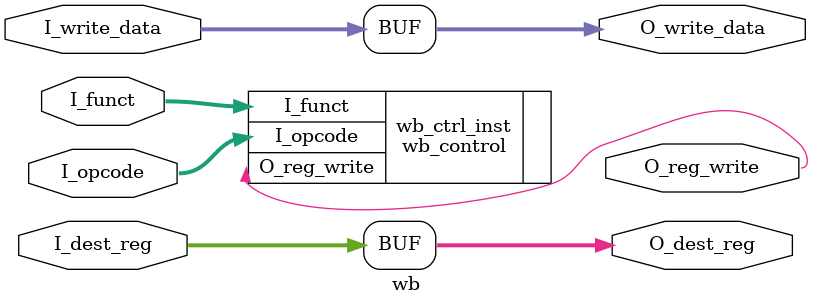
<source format=v>
`timescale 1ns / 1ps

module wb(
    input [5:0] I_opcode,
    input [5:0] I_funct,
    input [31:0] I_write_data,
    input [4:0] I_dest_reg,

    output O_reg_write,
    output [31:0] O_write_data,
    output [4:0] O_dest_reg
);
    assign O_write_data = I_write_data;
    assign O_dest_reg = I_dest_reg;
    
    wb_control wb_ctrl_inst(
        .I_opcode(I_opcode),
        .I_funct(I_funct),
        .O_reg_write(O_reg_write)
    );
endmodule

</source>
